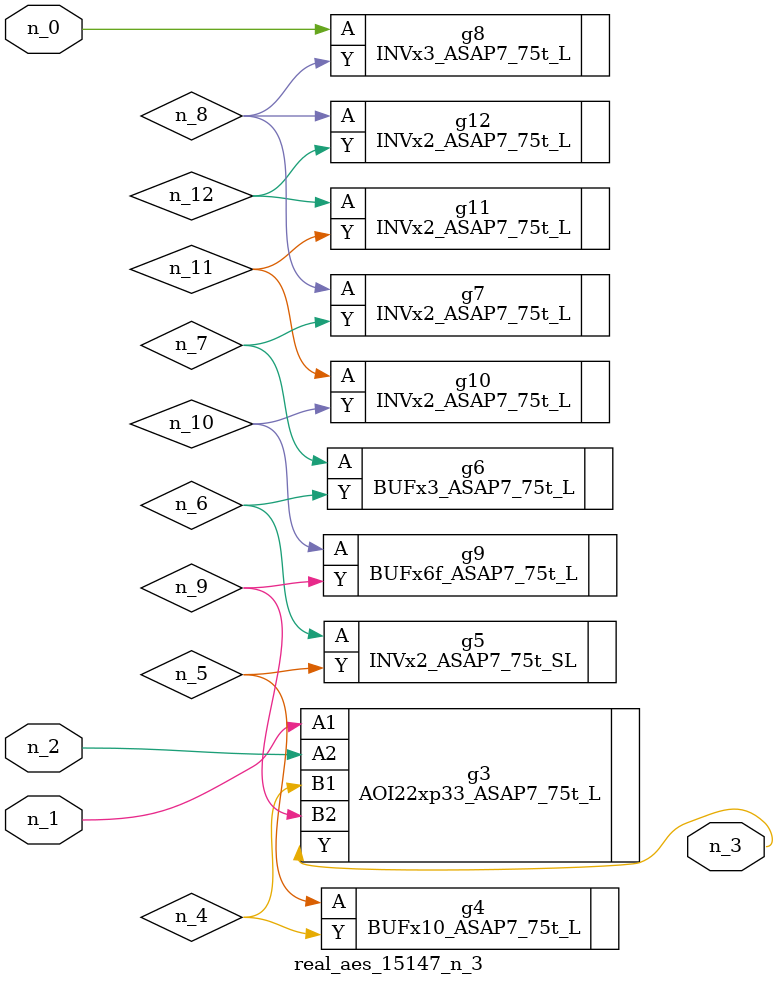
<source format=v>
module real_aes_15147_n_3 (n_0, n_2, n_1, n_3);
input n_0;
input n_2;
input n_1;
output n_3;
wire n_4;
wire n_5;
wire n_7;
wire n_9;
wire n_6;
wire n_8;
wire n_12;
wire n_10;
wire n_11;
INVx3_ASAP7_75t_L g8 ( .A(n_0), .Y(n_8) );
AOI22xp33_ASAP7_75t_L g3 ( .A1(n_1), .A2(n_2), .B1(n_4), .B2(n_9), .Y(n_3) );
BUFx10_ASAP7_75t_L g4 ( .A(n_5), .Y(n_4) );
INVx2_ASAP7_75t_SL g5 ( .A(n_6), .Y(n_5) );
BUFx3_ASAP7_75t_L g6 ( .A(n_7), .Y(n_6) );
INVx2_ASAP7_75t_L g7 ( .A(n_8), .Y(n_7) );
INVx2_ASAP7_75t_L g12 ( .A(n_8), .Y(n_12) );
BUFx6f_ASAP7_75t_L g9 ( .A(n_10), .Y(n_9) );
INVx2_ASAP7_75t_L g10 ( .A(n_11), .Y(n_10) );
INVx2_ASAP7_75t_L g11 ( .A(n_12), .Y(n_11) );
endmodule
</source>
